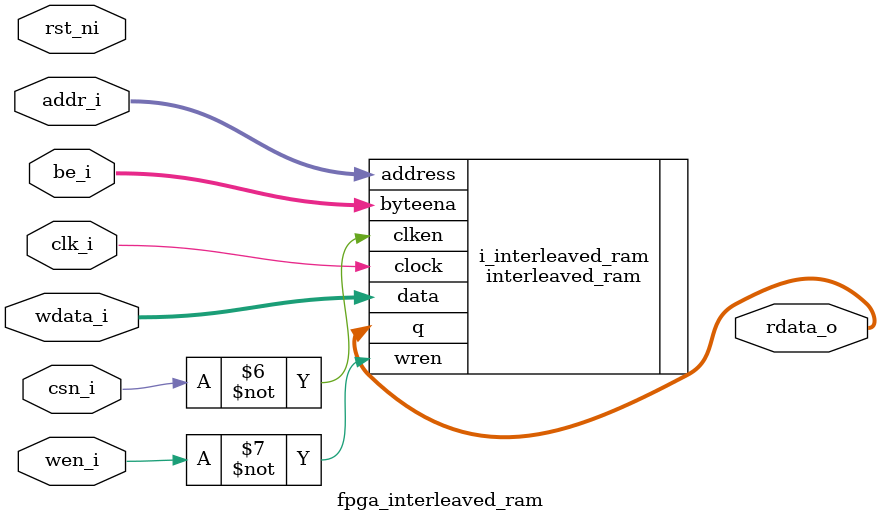
<source format=sv>

module fpga_interleaved_ram
  #(
    parameter ADDR_WIDTH=12
    ) (
       input logic                  clk_i,
       input logic                  rst_ni,
       input logic                  csn_i,
       input logic                  wen_i,
       input logic [3:0]            be_i,
       input logic [ADDR_WIDTH-1:0] addr_i,
       input logic [31:0]           wdata_i,
       output logic [31:0]          rdata_o
   );

  /*
  logic [3:0]                       wea;

  always_comb begin
    if (wen_i == 1'b0) begin
      wea = be_i;
    end else begin
      wea = '0;
    end
  end

  xilinx_interleaved_ram i_xilinx_interleaved_ram
    (
     .clka(clk_i),
     .ena(~csn_i),
     .wea(wea),
     .addra(addr_i),
     .dina(wdata_i),
     .douta(rdata_o)
     );
  */
  
  logic csn_hold, s_cs;
  
  always_ff @(posedge clk_i or negedge rst_ni) begin : csn_hold_ff
    if (~rst_ni) begin
      csn_hold = 1'b0;
    end else begin
      csn_hold = csn_i;
    end
  end
  
  assign s_cs = (~csn_i) | (~csn_hold);

  interleaved_ram i_interleaved_ram (
    .clock(clk_i),
    .clken(~csn_i),
    .wren(~wen_i),
    .address(addr_i),
    .data(wdata_i),
    .q(rdata_o),
    .byteena(be_i)
  );

endmodule : fpga_interleaved_ram

</source>
